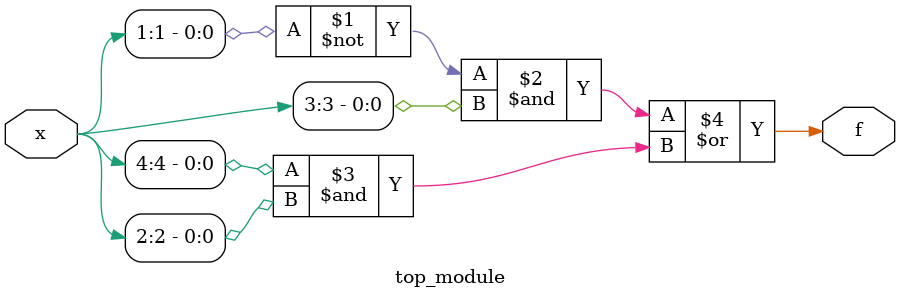
<source format=v>
module top_module (
    input [4:1] x, 
    output f );
	
    assign f = (~x[1] & x[3]) | (x[4] & x[2]);
    
endmodule

</source>
